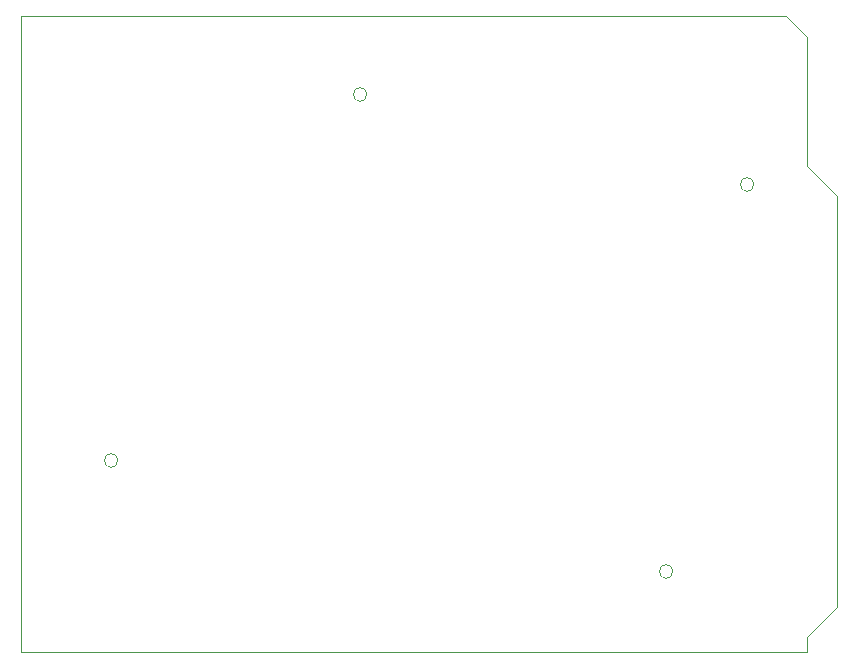
<source format=gbr>
%TF.GenerationSoftware,KiCad,Pcbnew,(7.0.0)*%
%TF.CreationDate,2023-04-12T03:46:22-05:00*%
%TF.ProjectId,TurretCtl,54757272-6574-4437-946c-2e6b69636164,rev?*%
%TF.SameCoordinates,Original*%
%TF.FileFunction,Profile,NP*%
%FSLAX46Y46*%
G04 Gerber Fmt 4.6, Leading zero omitted, Abs format (unit mm)*
G04 Created by KiCad (PCBNEW (7.0.0)) date 2023-04-12 03:46:22*
%MOMM*%
%LPD*%
G01*
G04 APERTURE LIST*
%TA.AperFunction,Profile*%
%ADD10C,0.100000*%
%TD*%
G04 APERTURE END LIST*
D10*
X141292000Y-94996000D02*
G75*
G03*
X141292000Y-94996000I-576000J0D01*
G01*
X94302000Y-85598000D02*
G75*
G03*
X94302000Y-85598000I-576000J0D01*
G01*
X115384000Y-54610000D02*
G75*
G03*
X115384000Y-54610000I-576000J0D01*
G01*
X148150000Y-62230000D02*
G75*
G03*
X148150000Y-62230000I-576000J0D01*
G01*
X86106000Y-48006000D02*
X86106000Y-101854000D01*
X155194000Y-63246000D02*
X152654000Y-60706000D01*
X152654000Y-60706000D02*
X152654000Y-49784000D01*
X86106000Y-101854000D02*
X152654000Y-101854000D01*
X152654000Y-100584000D02*
X155194000Y-98044000D01*
X152654000Y-49784000D02*
X150876000Y-48006000D01*
X155194000Y-98044000D02*
X155194000Y-63246000D01*
X150876000Y-48006000D02*
X86106000Y-48006000D01*
X152654000Y-101854000D02*
X152654000Y-100584000D01*
M02*

</source>
